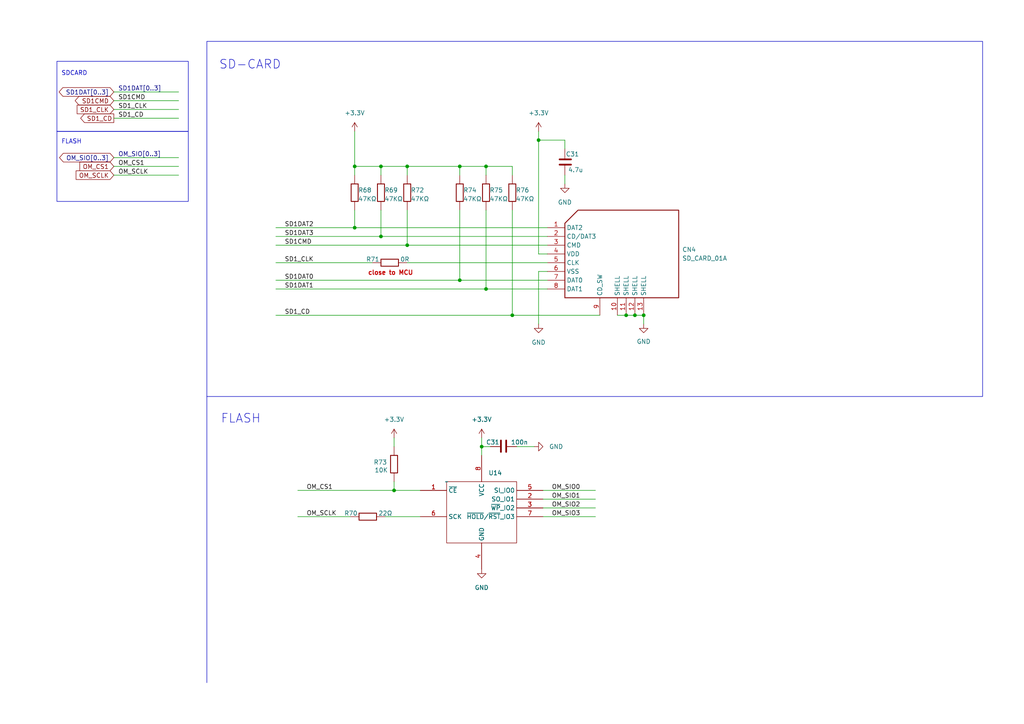
<source format=kicad_sch>
(kicad_sch (version 20230121) (generator eeschema)
  (paper "A4")
  (lib_symbols
    (symbol "KiCad_HW1.11-altium-import:7.memory_configs_0_0603 22Ω (22R0) 1%"
      (symbol "7.memory_configs_0_0603 22Ω (22R0) 1%_1_0"
        (rectangle (start 2.54 1.016) (end -2.54 -1.016) (stroke (width 0.254)))
        (pin passive line (at -5.08 0 0) (length 2.54) (name "1") (number "1"))
        (pin passive line (at 5.08 0 180) (length 2.54) (name "2") (number "2"))
      )
    )
    (symbol "KiCad_HW1.11-altium-import:7.memory_configs_1_0603 47KΩ (4702) 1%"
      (symbol "7.memory_configs_1_0603 47KΩ (4702) 1%_1_0"
        (rectangle (start 1.016 2.54) (end -1.016 -2.54) (stroke (width 0.254)))
        (pin passive line (at 0 -5.08 90) (length 2.54) (name "1") (number "1"))
        (pin passive line (at 0 5.08 270) (length 2.54) (name "2") (number "2"))
      )
    )
    (symbol "RA8:Cap_2" (pin_numbers hide) (pin_names hide)
      (property "Reference" "C10" (at 2.54 -1.27 90))
      (property "Value" "10u" (at 1.2699 2.54 90))
      (symbol "Cap_2_0_1"
        (polyline (pts (xy -0.762 -1.778) (xy -0.762 1.524)) (stroke (width 0.5)))
        (polyline (pts (xy 0.762 -1.778) (xy 0.762 1.524)) (stroke (width 0.5)))
      )
      (symbol "Cap_2_1_1"
        (pin passive line (at -3.81 0 0) (length 2.8) (name "~") (number "1"))
        (pin passive line (at 3.81 0 180) (length 2.8) (name "~") (number "2"))
      )
    )
    (symbol "RA8:SD_CARD_01A"
      (property "Reference" "CN1" (at 4.826 0.254 0))
      (property "Value" "SD_CARD_01A" (at 4.826 -33.528 0))
      (symbol "SD_CARD_01A_1_0"
        (polyline (pts (xy 5.08 -25.4) (xy 5.08 -3.81) (xy 8.89 0) (xy 38.1 0) (xy 38.1 -25.4) (xy 5.08 -25.4)) (stroke (width 0.254) (color 132 0 0 1)))
        (pin passive line (at 0 -5.08 0) (length 5.08) (name "DAT2") (number "1"))
        (pin passive line (at 20.32 -30.48 90) (length 5.08) (name "SHELL") (number "10"))
        (pin passive line (at 22.86 -30.48 90) (length 5.08) (name "SHELL") (number "11"))
        (pin passive line (at 25.4 -30.48 90) (length 5.08) (name "SHELL") (number "12"))
        (pin passive line (at 27.94 -30.48 90) (length 5.08) (name "SHELL") (number "13"))
        (pin passive line (at 0 -7.62 0) (length 5.08) (name "CD/DAT3") (number "2"))
        (pin passive line (at 0 -10.16 0) (length 5.08) (name "CMD") (number "3"))
        (pin passive line (at 0 -12.7 0) (length 5.08) (name "VDD") (number "4"))
        (pin passive line (at 0 -15.24 0) (length 5.08) (name "CLK") (number "5"))
        (pin passive line (at 0 -17.78 0) (length 5.08) (name "VSS") (number "6"))
        (pin passive line (at 0 -20.32 0) (length 5.08) (name "DAT0") (number "7"))
        (pin passive line (at 0 -22.86 0) (length 5.08) (name "DAT1") (number "8"))
        (pin passive line (at 15.24 -30.48 90) (length 5.08) (name "CD_SW") (number "9"))
      )
    )
    (symbol "RA8:W25Q"
      (property "Reference" "U" (at 0.762 1.016 0))
      (symbol "W25Q_0_1"
        (rectangle (start 0 0) (end 20.32 -17.78))
      )
      (symbol "W25Q_1_1"
        (pin input line (at -7.62 -2.54 0) (length 7.62) (name "~{CE}") (number "1"))
        (pin input line (at 27.94 -5.08 180) (length 7.62) (name "SO_IO1") (number "2"))
        (pin input line (at 27.94 -7.62 180) (length 7.62) (name "~{WP}_IO2") (number "3"))
        (pin input line (at 10.16 -25.4 90) (length 7.62) (name "GND") (number "4"))
        (pin input line (at 27.94 -2.54 180) (length 7.62) (name "SI_IO0") (number "5"))
        (pin input line (at -7.62 -10.16 0) (length 7.62) (name "SCK") (number "6"))
        (pin input line (at 27.94 -10.16 180) (length 7.62) (name "~{HOLD}/~{RST}_IO3") (number "7"))
        (pin input line (at 10.16 7.62 270) (length 7.62) (name "VCC") (number "8"))
      )
    )
    (symbol "power:+3.3V" (power) (pin_names (offset 0))
      (property "Value" "+3.3V" (at 0 3.556 0))
      (symbol "+3.3V_0_1"
        (polyline (pts (xy -0.762 1.27) (xy 0 2.54)))
        (polyline (pts (xy 0 0) (xy 0 2.54)))
        (polyline (pts (xy 0 2.54) (xy 0.762 1.27)))
      )
      (symbol "+3.3V_1_1"
        (pin power_in line (at 0 0 90) (length 0) hide (name "+3.3V") (number "1"))
      )
    )
    (symbol "power:GND" (power) (pin_names (offset 0))
      (property "Value" "GND" (at 0 -3.81 0))
      (symbol "GND_0_1"
        (polyline (pts (xy 0 0) (xy 0 -1.27) (xy 1.27 -1.27) (xy 0 -2.54) (xy -1.27 -1.27) (xy 0 -1.27)))
      )
      (symbol "GND_1_1"
        (pin power_in line (at 0 0 270) (length 0) hide (name "GND") (number "1"))
      )
    )
  )
  (junction (at 118.11 48.26))
  (junction (at 102.87 48.26))
  (junction (at 110.49 68.58))
  (junction (at 186.69 91.44))
  (junction (at 184.15 91.44))
  (junction (at 133.35 48.26))
  (junction (at 148.59 91.44))
  (junction (at 114.3 142.24))
  (junction (at 140.97 48.26))
  (junction (at 181.61 91.44))
  (junction (at 140.97 83.82))
  (junction (at 110.49 48.26))
  (junction (at 102.87 66.04))
  (junction (at 133.35 81.28))
  (junction (at 156.21 40.64))
  (junction (at 118.11 71.12))
  (junction (at 139.7 129.54))
  (wire (pts (xy 156.21 78.74) (xy 158.75 78.74)))
  (wire (pts (xy 133.35 60.96) (xy 133.35 81.28)))
  (wire (pts (xy 110.49 60.96) (xy 110.49 68.58)))
  (wire (pts (xy 163.83 43.18) (xy 163.83 40.64)))
  (wire (pts (xy 158.75 83.82) (xy 140.97 83.82)))
  (wire (pts (xy 140.97 50.8) (xy 140.97 48.26)))
  (wire (pts (xy 118.11 71.12) (xy 80.01 71.12)))
  (wire (pts (xy 118.11 50.8) (xy 118.11 48.26)))
  (wire (pts (xy 33.02 31.75) (xy 51.816 31.75)))
  (wire (pts (xy 33.02 29.21) (xy 51.816 29.21)))
  (wire (pts (xy 156.21 73.66) (xy 158.75 73.66)))
  (wire (pts (xy 102.87 50.8) (xy 102.87 48.26)))
  (wire (pts (xy 86.36 142.24) (xy 114.3 142.24)))
  (wire (pts (xy 133.35 50.8) (xy 133.35 48.26)))
  (wire (pts (xy 33.02 48.26) (xy 51.816 48.26)))
  (wire (pts (xy 33.02 26.67) (xy 51.816 26.67)))
  (wire (pts (xy 139.7 129.54) (xy 142.24 129.54)))
  (wire (pts (xy 102.87 60.96) (xy 102.87 66.04)))
  (wire (pts (xy 102.87 48.26) (xy 102.87 38.1)))
  (wire (pts (xy 111.76 149.86) (xy 121.92 149.86)))
  (wire (pts (xy 110.49 48.26) (xy 118.11 48.26)))
  (wire (pts (xy 114.3 142.24) (xy 121.92 142.24)))
  (wire (pts (xy 186.69 93.98) (xy 186.69 91.44)))
  (wire (pts (xy 110.49 50.8) (xy 110.49 48.26)))
  (wire (pts (xy 156.21 93.98) (xy 156.21 78.74)))
  (wire (pts (xy 181.61 91.44) (xy 184.15 91.44)))
  (wire (pts (xy 140.97 83.82) (xy 80.01 83.82)))
  (wire (pts (xy 158.75 68.58) (xy 110.49 68.58)))
  (wire (pts (xy 102.87 48.26) (xy 110.49 48.26)))
  (wire (pts (xy 140.97 48.26) (xy 148.59 48.26)))
  (wire (pts (xy 157.48 144.78) (xy 172.72 144.78)))
  (wire (pts (xy 114.3 127) (xy 114.3 129.54)))
  (wire (pts (xy 158.75 76.2) (xy 118.11 76.2)))
  (wire (pts (xy 156.21 38.1) (xy 156.21 40.64)))
  (wire (pts (xy 110.49 68.58) (xy 80.01 68.58)))
  (wire (pts (xy 157.48 142.24) (xy 172.72 142.24)))
  (wire (pts (xy 33.02 50.8) (xy 51.816 50.8)))
  (wire (pts (xy 139.7 127) (xy 139.7 129.54)))
  (wire (pts (xy 148.59 91.44) (xy 80.01 91.44)))
  (wire (pts (xy 156.21 40.64) (xy 163.83 40.64)))
  (wire (pts (xy 179.07 91.44) (xy 181.61 91.44)))
  (wire (pts (xy 86.36 149.86) (xy 101.6 149.86)))
  (wire (pts (xy 158.75 71.12) (xy 118.11 71.12)))
  (wire (pts (xy 114.3 139.7) (xy 114.3 142.24)))
  (wire (pts (xy 118.11 48.26) (xy 133.35 48.26)))
  (wire (pts (xy 148.59 48.26) (xy 148.59 50.8)))
  (wire (pts (xy 139.7 129.54) (xy 139.7 132.08)))
  (wire (pts (xy 149.86 129.54) (xy 154.94 129.54)))
  (wire (pts (xy 118.11 60.96) (xy 118.11 71.12)))
  (wire (pts (xy 158.75 66.04) (xy 102.87 66.04)))
  (wire (pts (xy 173.99 91.44) (xy 148.59 91.44)))
  (wire (pts (xy 133.35 81.28) (xy 80.01 81.28)))
  (wire (pts (xy 157.48 147.32) (xy 172.72 147.32)))
  (wire (pts (xy 33.02 45.72) (xy 51.816 45.72)))
  (wire (pts (xy 102.87 66.04) (xy 80.01 66.04)))
  (wire (pts (xy 33.02 34.29) (xy 51.816 34.29)))
  (wire (pts (xy 158.75 81.28) (xy 133.35 81.28)))
  (wire (pts (xy 140.97 60.96) (xy 140.97 83.82)))
  (wire (pts (xy 148.59 60.96) (xy 148.59 91.44)))
  (wire (pts (xy 157.48 149.86) (xy 172.72 149.86)))
  (wire (pts (xy 133.35 48.26) (xy 140.97 48.26)))
  (wire (pts (xy 184.15 91.44) (xy 186.69 91.44)))
  (wire (pts (xy 163.83 50.8) (xy 163.83 53.34)))
  (wire (pts (xy 107.95 76.2) (xy 80.01 76.2)))
  (wire (pts (xy 156.21 40.64) (xy 156.21 73.66)))
  (rectangle (start 60 12) (end 285 115))
  (rectangle (start 16.51 38.1) (end 54.61 58.42))
  (rectangle (start 60 115) (end 60 198))
  (rectangle (start 16.51 17.78) (end 54.61 38.1))
  (text "FLASH" (at 17.78 41.91 0) (effects (font (size 1.27 1.27)) (justify left bottom)))
  (text "SD-CARD" (at 63.5 20.32 0) (effects (font (size 2.54 2.54)) (justify left bottom)))
  (text "SDCARD\n\n" (at 17.78 24.13 0) (effects (font (size 1.27 1.27)) (justify left bottom)))
  (text "close to MCU" (at 106.68 80.01 0) (effects (font (size 1.27 1.27) (thickness 0.254) bold) (justify left bottom)))
  (text "FLASH\n" (at 64 123 0) (effects (font (size 2.54 2.54)) (justify left bottom)))
  (label "SD1DAT1" (at 82.55 83.82 0))
  (label "SD1_CD" (at 82.55 91.44 0))
  (label "SD1_CLK" (at 82.55 76.2 0))
  (label "SD1DAT2" (at 82.55 66.04 0))
  (label "SD1_CD" (at 34.29 34.29 0))
  (label "OM_SIO1" (at 160.02 144.78 0))
  (label "OM_CS1" (at 88.9 142.24 0))
  (label "OM_SIO[0..3]" (at 34.29 45.72 0))
  (label "SD1DAT3" (at 82.55 68.58 0))
  (label "OM_SIO2" (at 160.02 147.32 0))
  (label "OM_SCLK" (at 88.9 149.86 0))
  (label "SD1DAT0" (at 82.55 81.28 0))
  (label "SD1DAT[0..3]" (at 34.29 26.67 0))
  (label "OM_SIO0" (at 160.02 142.24 0))
  (label "SD1_CLK" (at 34.29 31.75 0))
  (label "SD1CMD" (at 34.29 29.21 0))
  (label "OM_SIO3" (at 160.02 149.86 0))
  (label "OM_SCLK" (at 34.29 50.8 0))
  (label "OM_CS1" (at 34.29 48.26 0))
  (label "SD1CMD" (at 82.55 71.12 0))
  (global_label "SD1_CLK" (shape input) (at 33.02 31.75 180) (property "Intersheetrefs" "${INTERSHEET_REFS}" (effects hide)))
  (global_label "SD1_CD" (shape output) (at 33.02 34.29 180) (property "Intersheetrefs" "${INTERSHEET_REFS}" (effects hide)))
  (global_label "OM_SIO[0..3]" (shape bidirectional) (at 33.02 45.72 180) (property "Intersheetrefs" "${INTERSHEET_REFS}" (effects hide)))
  (global_label "SD1DAT[0..3]" (shape bidirectional) (at 33.02 26.67 180) (property "Intersheetrefs" "${INTERSHEET_REFS}" (effects hide)))
  (global_label "OM_SCLK" (shape input) (at 33.02 50.8 180) (property "Intersheetrefs" "${INTERSHEET_REFS}" (effects hide)))
  (global_label "SD1CMD" (shape bidirectional) (at 33.02 29.21 180) (property "Intersheetrefs" "${INTERSHEET_REFS}" (effects hide)))
  (global_label "OM_CS1" (shape input) (at 33.02 48.26 180) (property "Intersheetrefs" "${INTERSHEET_REFS}" (effects hide)))
  (symbol (lib_id "RA8:Cap_2") (at 146.05 129.54 180) (unit 1)
    (property "Reference" "C31" (at 140.97 128.27 0) (effects (justify right)))
    (property "Value" "100n" (at 153.162 128.27 0) (effects (justify left)))
    (property "Footprint" "RA8Library:C0402" (effects hide))
    (property "Manufacturer" "SAMSUNG(三星)" (effects hide))
    (property "Comment" "10u" (effects hide))
    (instances (project "RA8_main" (path "" (reference "C31") (unit 1)) (path "" (reference "C77") (unit 1))))
  )
  (symbol (lib_id "power:GND") (at 156.21 93.98 0) (unit 1)
    (property "Reference" "#PWR0145" (effects hide))
    (property "Value" "GND" (at 156.21 99.314 0))
  )
  (symbol (lib_id "power:+3.3V") (at 102.87 38.1 0) (unit 1)
    (property "Reference" "#PWR0140" (effects hide))
    (property "Value" "+3.3V" (at 102.87 32.766 0))
  )
  (symbol (lib_id "power:+3.3V") (at 114.3 127 0) (unit 1)
    (property "Reference" "#PWR0141" (effects hide))
    (property "Value" "+3.3V" (at 114.3 121.666 0))
  )
  (symbol (lib_id "KiCad_HW1.11-altium-import:7.memory_configs_1_0603 47KΩ (4702) 1%") (at 110.49 55.88 0) (unit 1)
    (property "Reference" "R69" (at 111.506 55.88 0) (effects (justify left bottom)))
    (property "Value" "47KΩ" (at 111.506 58.42 0) (effects (justify left bottom)))
    (property "Footprint" "RA8Library:R0402" (effects hide))
    (property "COMPONENTLINK1DESCRIPTION" "供应商链接" (effects hide))
    (property "COMPONENTLINK1URL" "http://www.szlcsc.com/product/details_26562.html" (effects hide))
    (property "PACKAGE" "0603" (effects hide))
    (property "SUPPLIER" "LC" (effects hide))
    (property "SUPPLIERSPARTNUMBER" "C25819" (effects hide))
    (instances (project "RA8_main" (path "" (reference "R69") (unit 1))) (project "LearnBoard-IoT" (path "" (reference "R25") (unit 1))))
  )
  (symbol (lib_id "KiCad_HW1.11-altium-import:7.memory_configs_1_0603 47KΩ (4702) 1%") (at 118.11 55.88 0) (unit 1)
    (property "Reference" "R72" (at 119.126 55.88 0) (effects (justify left bottom)))
    (property "Value" "47KΩ" (at 119.126 58.42 0) (effects (justify left bottom)))
    (property "Footprint" "RA8Library:R0402" (effects hide))
    (property "COMPONENTLINK1DESCRIPTION" "供应商链接" (effects hide))
    (property "COMPONENTLINK1URL" "http://www.szlcsc.com/product/details_26562.html" (effects hide))
    (property "PACKAGE" "0603" (effects hide))
    (property "SUPPLIER" "LC" (effects hide))
    (property "SUPPLIERSPARTNUMBER" "C25819" (effects hide))
    (instances (project "RA8_main" (path "" (reference "R72") (unit 1))) (project "LearnBoard-IoT" (path "" (reference "R26") (unit 1))))
  )
  (symbol (lib_id "power:GND") (at 186.69 93.98 0) (unit 1)
    (property "Reference" "#PWR0107" (effects hide))
    (property "Value" "GND" (at 186.69 99.06 0))
    (instances (project "rtt_lcd_v3.1" (path "" (reference "#PWR0107") (unit 1))) (project "art-link" (path "" (reference "#PWR025") (unit 1))) (project "RA8_main" (path "" (reference "#PWR084") (unit 1)) (path "" (reference "#PWR0148") (unit 1))) (project "8.ART_Link" (path "" (reference "#PWR0107") (unit 1))) (project "USB INTERFACE" (path "" (reference "#PWR04") (unit 1))))
  )
  (symbol (lib_id "power:+3.3V") (at 139.7 127 0) (unit 1)
    (property "Reference" "#PWR0142" (effects hide))
    (property "Value" "+3.3V" (at 139.7 121.666 0))
  )
  (symbol (lib_id "power:GND") (at 163.83 53.34 0) (unit 1)
    (property "Reference" "#PWR0147" (effects hide))
    (property "Value" "GND" (at 163.83 58.674 0))
  )
  (symbol (lib_id "KiCad_HW1.11-altium-import:7.memory_configs_1_0603 47KΩ (4702) 1%") (at 148.59 55.88 0) (unit 1)
    (property "Reference" "R76" (at 149.606 55.88 0) (effects (justify left bottom)))
    (property "Value" "47KΩ" (at 149.606 58.42 0) (effects (justify left bottom)))
    (property "Footprint" "RA8Library:R0402" (effects hide))
    (property "COMPONENTLINK1DESCRIPTION" "供应商链接" (effects hide))
    (property "COMPONENTLINK1URL" "http://www.szlcsc.com/product/details_26562.html" (effects hide))
    (property "PACKAGE" "0603" (effects hide))
    (property "SUPPLIER" "LC" (effects hide))
    (property "SUPPLIERSPARTNUMBER" "C25819" (effects hide))
    (instances (project "RA8_main" (path "" (reference "R76") (unit 1))) (project "LearnBoard-IoT" (path "" (reference "R29") (unit 1))))
  )
  (symbol (lib_id "KiCad_HW1.11-altium-import:7.memory_configs_0_0603 22Ω (22R0) 1%") (at 106.68 149.86 0) (unit 1)
    (property "Reference" "R70" (at 99.822 149.606 0) (effects (justify left bottom)))
    (property "Value" "22Ω" (at 109.728 149.606 0) (effects (justify left bottom)))
    (property "Footprint" "RA8Library:R0402" (effects hide))
    (property "COMPONENTLINK1DESCRIPTION" "供应商链接" (effects hide))
    (property "COMPONENTLINK1URL" "http://www.szlcsc.com/product/details_24078.html" (effects hide))
    (property "PACKAGE" "0603" (effects hide))
    (property "SUPPLIER" "LC" (effects hide))
    (property "SUPPLIERSPARTNUMBER" "C23345" (effects hide))
    (instances (project "RA8_main" (path "" (reference "R70") (unit 1))) (project "LearnBoard-IoT" (path "" (reference "R30") (unit 1))))
  )
  (symbol (lib_id "KiCad_HW1.11-altium-import:7.memory_configs_1_0603 47KΩ (4702) 1%") (at 140.97 55.88 0) (unit 1)
    (property "Reference" "R75" (at 141.986 55.88 0) (effects (justify left bottom)))
    (property "Value" "47KΩ" (at 141.986 58.42 0) (effects (justify left bottom)))
    (property "Footprint" "RA8Library:R0402" (effects hide))
    (property "COMPONENTLINK1DESCRIPTION" "供应商链接" (effects hide))
    (property "COMPONENTLINK1URL" "http://www.szlcsc.com/product/details_26562.html" (effects hide))
    (property "PACKAGE" "0603" (effects hide))
    (property "SUPPLIER" "LC" (effects hide))
    (property "SUPPLIERSPARTNUMBER" "C25819" (effects hide))
    (instances (project "RA8_main" (path "" (reference "R75") (unit 1))) (project "LearnBoard-IoT" (path "" (reference "R28") (unit 1))))
  )
  (symbol (lib_id "KiCad_HW1.11-altium-import:7.memory_configs_0_0603 22Ω (22R0) 1%") (at 113.03 76.2 0) (unit 1)
    (property "Reference" "R71" (at 106.172 75.946 0) (effects (justify left bottom)))
    (property "Value" "0R" (at 116.078 75.946 0) (effects (justify left bottom)))
    (property "Footprint" "RA8Library:R0402" (effects hide))
    (property "COMPONENTLINK1DESCRIPTION" "供应商链接" (effects hide))
    (property "COMPONENTLINK1URL" "http://www.szlcsc.com/product/details_24078.html" (effects hide))
    (property "PACKAGE" "0603" (effects hide))
    (property "SUPPLIER" "LC" (effects hide))
    (property "SUPPLIERSPARTNUMBER" "C23345" (effects hide))
    (instances (project "RA8_main" (path "" (reference "R71") (unit 1))) (project "LearnBoard-IoT" (path "" (reference "R30") (unit 1))))
  )
  (symbol (lib_id "KiCad_HW1.11-altium-import:7.memory_configs_0_0603 22Ω (22R0) 1%") (at 114.3 134.62 90) (unit 1)
    (property "Reference" "R73" (at 112.268 133.35 90) (effects (justify left bottom)))
    (property "Value" "10K" (at 112.522 135.636 90) (effects (justify left bottom)))
    (property "Footprint" "RA8Library:R0402" (effects hide))
    (property "COMPONENTLINK1DESCRIPTION" "供应商链接" (effects hide))
    (property "COMPONENTLINK1URL" "http://www.szlcsc.com/product/details_24078.html" (effects hide))
    (property "PACKAGE" "0603" (effects hide))
    (property "SUPPLIER" "LC" (effects hide))
    (property "SUPPLIERSPARTNUMBER" "C23345" (effects hide))
    (instances (project "RA8_main" (path "" (reference "R73") (unit 1))) (project "LearnBoard-IoT" (path "" (reference "R30") (unit 1))))
  )
  (symbol (lib_id "power:GND") (at 139.7 165.1 0) (unit 1)
    (property "Reference" "#PWR0143" (effects hide))
    (property "Value" "GND" (at 139.7 170.434 0))
  )
  (symbol (lib_id "power:+3.3V") (at 156.21 38.1 0) (unit 1)
    (property "Reference" "#PWR0144" (effects hide))
    (property "Value" "+3.3V" (at 156.21 32.766 0))
  )
  (symbol (lib_id "RA8:SD_CARD_01A") (at 158.75 60.96 0) (unit 1)
    (property "Reference" "CN4" (at 197.866 72.39 0) (effects (justify left)))
    (property "Value" "SD_CARD_01A" (at 197.866 74.93 0) (effects (justify left)))
    (property "Footprint" "RA8Library:TF-SMD_TF-110" (effects hide))
  )
  (symbol (lib_id "power:GND") (at 154.94 129.54 90) (unit 1)
    (property "Reference" "#PWR0146" (effects hide))
    (property "Value" "GND" (at 159.258 129.54 90) (effects (justify right)))
  )
  (symbol (lib_id "KiCad_HW1.11-altium-import:7.memory_configs_1_0603 47KΩ (4702) 1%") (at 102.87 55.88 0) (unit 1)
    (property "Reference" "R68" (at 103.886 55.88 0) (effects (justify left bottom)))
    (property "Value" "47KΩ" (at 103.886 58.42 0) (effects (justify left bottom)))
    (property "Footprint" "RA8Library:R0402" (effects hide))
    (property "COMPONENTLINK1DESCRIPTION" "供应商链接" (effects hide))
    (property "COMPONENTLINK1URL" "http://www.szlcsc.com/product/details_26562.html" (effects hide))
    (property "PACKAGE" "0603" (effects hide))
    (property "SUPPLIER" "LC" (effects hide))
    (property "SUPPLIERSPARTNUMBER" "C25819" (effects hide))
    (instances (project "RA8_main" (path "" (reference "R68") (unit 1))) (project "LearnBoard-IoT" (path "" (reference "R24") (unit 1))))
  )
  (symbol (lib_id "RA8:Cap_2") (at 163.83 46.99 90) (unit 1)
    (property "Reference" "C31" (at 164.084 44.704 90) (effects (justify right)))
    (property "Value" "4.7u" (at 169.164 49.276 90) (effects (justify left)))
    (property "Footprint" "RA8Library:C0402" (effects hide))
    (property "Manufacturer" "SAMSUNG(三星)" (effects hide))
    (property "Comment" "10u" (effects hide))
    (instances (project "RA8_main" (path "" (reference "C31") (unit 1)) (path "" (reference "C78") (unit 1))))
  )
  (symbol (lib_id "RA8:W25Q") (at 129.54 139.7 0) (unit 1)
    (property "Reference" "U14" (at 141.6559 137.16 0) (effects (justify left)))
    (property "Value" "~" (at 129.54 139.7 0))
    (property "Footprint" "RA8Library:SOIC-8" (effects hide))
  )
  (symbol (lib_id "KiCad_HW1.11-altium-import:7.memory_configs_1_0603 47KΩ (4702) 1%") (at 133.35 55.88 0) (unit 1)
    (property "Reference" "R74" (at 134.366 55.88 0) (effects (justify left bottom)))
    (property "Value" "47KΩ" (at 134.366 58.42 0) (effects (justify left bottom)))
    (property "Footprint" "RA8Library:R0402" (effects hide))
    (property "COMPONENTLINK1DESCRIPTION" "供应商链接" (effects hide))
    (property "COMPONENTLINK1URL" "http://www.szlcsc.com/product/details_26562.html" (effects hide))
    (property "PACKAGE" "0603" (effects hide))
    (property "SUPPLIER" "LC" (effects hide))
    (property "SUPPLIERSPARTNUMBER" "C25819" (effects hide))
    (instances (project "RA8_main" (path "" (reference "R74") (unit 1))) (project "LearnBoard-IoT" (path "" (reference "R27") (unit 1))))
  )
)
</source>
